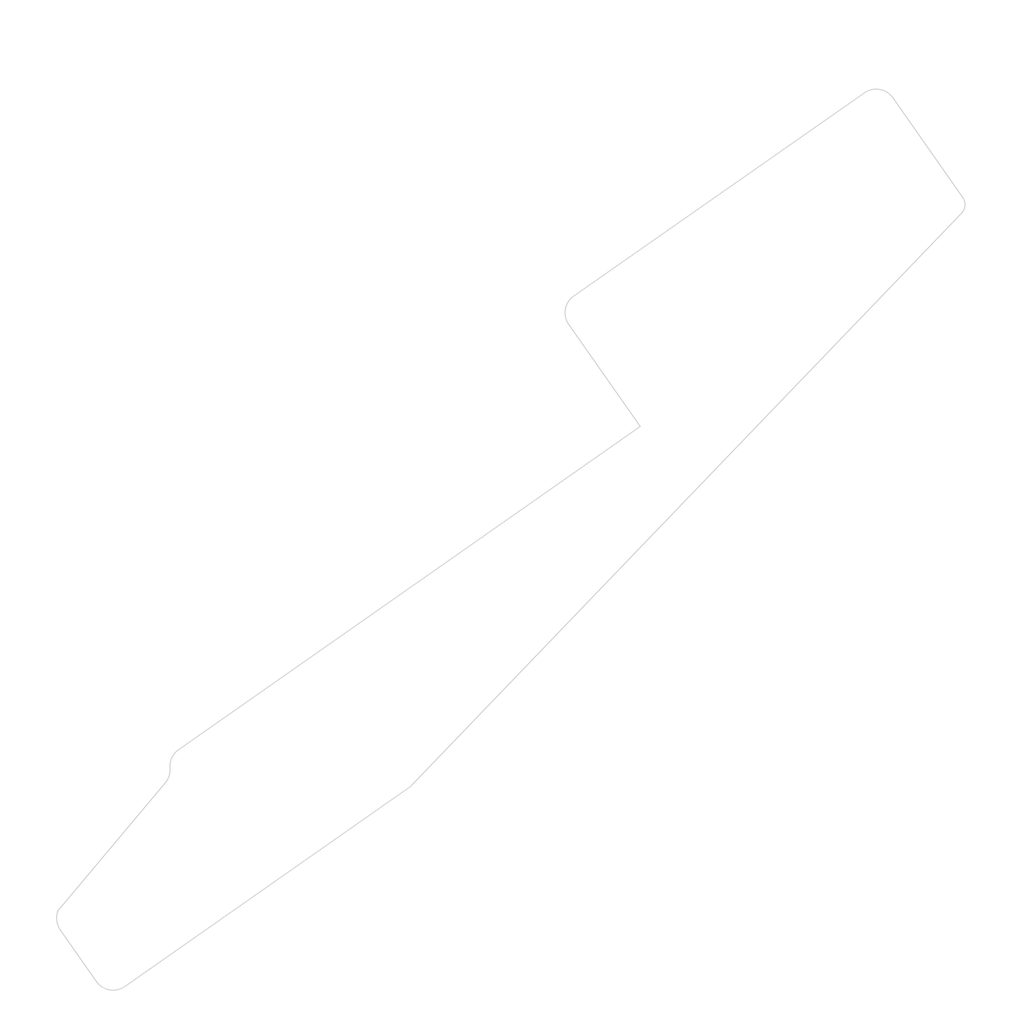
<source format=kicad_pcb>
(kicad_pcb (version 20221018) (generator pcbnew)
  (layers (0 "F.Cu" signal) (31 "B.Cu" signal) (34 "B.Paste" user) (35 "F.Paste" user) (36 "B.SilkS" user "B.Silkscreen") (37 "F.SilkS" user "F.Silkscreen") (38 "B.Mask" user) (39 "F.Mask" user) (44 "Edge.Cuts" user))
  (net 0 "")
  (footprint "" (layer "F.Cu") (at 165.196906 113.277545 35)
    (fp_text reference "" (at 0 0 35) (layer "F.SilkS") (effects (font (size 1.27 1.27))))
    (fp_text value "" (at 0 0 35) (layer "F.SilkS") (effects (font (size 1.27 1.27))))
    (pad "" np_thru_hole circle (at 0 0 35) (size 2.2 2.2) (drill 2.2) (layers "F&B.Cu" "*.Mask"))
  )
  (footprint "" (layer "F.Cu") (at 121.032426 150.818445 35)
    (fp_text reference "" (at 0 0 35) (layer "F.SilkS") (effects (font (size 1.27 1.27))))
    (fp_text value "" (at 0 0 35) (layer "F.SilkS") (effects (font (size 1.27 1.27))))
    (pad "" np_thru_hole circle (at 0 0 125) (size 2.2 2.2) (drill 2.2) (layers "F&B.Cu" "*.Mask"))
  )
  (footprint "" (layer "F.Cu") (at 194.515683 78.733824 35)
    (fp_text reference "" (at 0 0 35) (layer "F.SilkS") (effects (font (size 1.27 1.27))))
    (fp_text value "" (at 0 0 35) (layer "F.SilkS") (effects (font (size 1.27 1.27))))
    (pad "" np_thru_hole circle (at 0 0 35) (size 2.2 2.2) (drill 2.2) (layers "F&B.Cu" "*.Mask"))
  )
  (gr_arc (start 124.989302 136.332452) (mid 125.164232 135.356596) (end 125.78572 134.584164) (stroke (width 0.1)) (layer "Edge.Cuts"))
  (gr_arc (start 124.989302 136.332452) (mid 124.904314 137.108165) (end 124.529002 137.792339) (stroke (width 0.1)) (layer "Edge.Cuts"))
  (gr_line (start 170.910844 102.983509) (end 125.78572 134.584164) (stroke (width 0.1)) (layer "Edge.Cuts"))
  (gr_line (start 195.595977 70.896902) (end 202.421536 80.644811) (stroke (width 0.1)) (layer "Edge.Cuts"))
  (gr_arc (start 163.934927 93.029584) (mid 163.60361 91.535134) (end 164.426078 90.244127) (stroke (width 0.1)) (layer "Edge.Cuts"))
  (gr_arc (start 202.421536 80.644811) (mid 202.624724 81.428222) (end 202.289272 82.164763) (stroke (width 0.1)) (layer "Edge.Cuts"))
  (gr_line (start 164.426078 90.244127) (end 192.81052 70.405751) (stroke (width 0.1)) (layer "Edge.Cuts"))
  (gr_arc (start 114.323112 152.220266) (mid 113.944424 151.293298) (end 114.034052 150.295981) (stroke (width 0.1)) (layer "Edge.Cuts"))
  (gr_line (start 202.289272 82.164763) (end 148.476701 138.145329) (stroke (width 0.1)) (layer "Edge.Cuts"))
  (gr_line (start 114.323112 152.220266) (end 117.798985 157.184327) (stroke (width 0.1)) (layer "Edge.Cuts"))
  (gr_arc (start 120.584442 157.675479) (mid 119.089984 158.006803) (end 117.798985 157.184327) (stroke (width 0.1)) (layer "Edge.Cuts"))
  (gr_line (start 163.934927 93.029584) (end 170.910844 102.983509) (stroke (width 0.1)) (layer "Edge.Cuts"))
  (gr_arc (start 192.81052 70.405751) (mid 194.304961 70.074452) (end 195.595977 70.896902) (stroke (width 0.1)) (layer "Edge.Cuts"))
  (gr_line (start 114.034052 150.295981) (end 124.529002 137.792339) (stroke (width 0.1)) (layer "Edge.Cuts"))
  (gr_line (start 120.584442 157.675479) (end 148.476701 138.145329) (stroke (width 0.1)) (layer "Edge.Cuts"))
)
</source>
